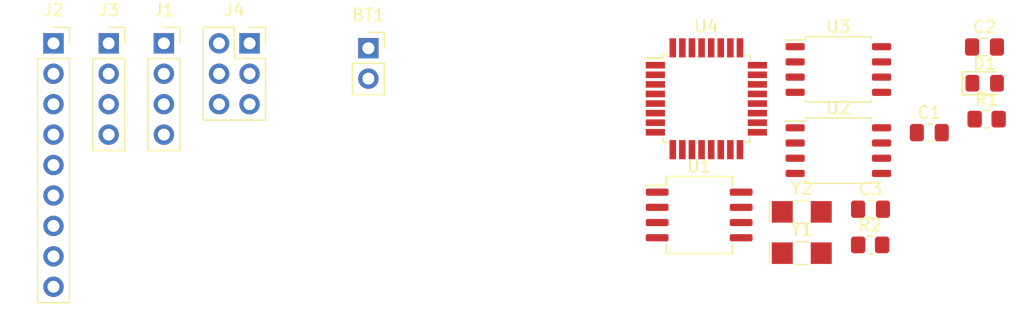
<source format=kicad_pcb>
(kicad_pcb (version 20211014) (generator pcbnew)
  (title_block (title "Arduino battery powered clone ") (date "2022-10-03") (rev "3") (company "Nanohertz"))
  (layers (0 "F.Cu" signal) (31 "B.Cu" signal) (34 "B.Paste" user) (35 "F.Paste" user) (36 "B.SilkS" user "B.Silkscreen") (37 "F.SilkS" user "F.Silkscreen") (38 "B.Mask" user) (39 "F.Mask" user) (44 "Edge.Cuts" user))
  (net 0 "")
  (net 1 "Net-(D1-Pad1)")
  (net 2 "GNDPWR")
  (net 3 "/VCC")
  (net 4 "/reset")
  (net 5 "/ADDS1")
  (net 6 "/ADDS2")
  (net 7 "/SDA")
  (net 8 "/sck")
  (net 9 "Net-(U1-Pad1)")
  (net 10 "Net-(U1-Pad2)")
  (net 12 "/D3")
  (net 13 "/D4")
  (net 14 "Net-(C2-Pad2)")
  (net 15 "Net-(C1-Pad2)")
  (net 16 "/D5")
  (net 17 "/D6")
  (net 18 "/D7")
  (net 19 "/D8")
  (net 22 "/MOSI")
  (net 23 "/miso")
  (net 25 "/vcc")
  (net 30 "/RX")
  (net 31 "/TX")
  (net 32 "/D2")
  (net 33 "/connectors/VCC")
  (footprint "LED_SMD:LED_0805_2012Metric_Pad1.15x1.40mm_HandSolder" (layer "F.Cu") (at 197.3102 98.681)
    (fp_text reference "D1" (at 0 -1.65) (layer "F.SilkS"))
    (fp_text value "LED")
    (fp_line (start 1 -0.96) (end -1.86 -0.96) (layer "F.SilkS") (width 0.12))
    (fp_line (start -1.86 0.96) (end 1 0.96) (layer "F.SilkS") (width 0.12))
    (fp_line (start -1.86 -0.96) (end -1.86 0.96) (layer "F.SilkS") (width 0.12))
    (pad "1" smd roundrect (at -1.025 0) (size 1.15 1.4) (layers "F.Cu" "F.Paste" "F.Mask") (roundrect_rratio 0.217391) (net 1 "Net-(D1-Pad1)"))
    (pad "2" smd roundrect (at 1.025 0) (size 1.15 1.4) (layers "F.Cu" "F.Paste" "F.Mask") (roundrect_rratio 0.217391) (net 8 "/sck"))
  )
  (footprint "Package_SO:SOP-8_5.28x5.23mm_P1.27mm" (layer "F.Cu") (at 185.1152 97.536)
    (fp_text reference "U3" (at 0 -3.56) (layer "F.SilkS"))
    (fp_text value "24LC1025")
    (fp_line (start 0 -2.725) (end 2.75 -2.725) (layer "F.SilkS") (width 0.12))
    (fp_line (start 0 -2.725) (end -2.75 -2.725) (layer "F.SilkS") (width 0.12))
    (fp_line (start 2.75 2.725) (end 2.75 2.465) (layer "F.SilkS") (width 0.12))
    (fp_line (start -2.75 2.725) (end -2.75 2.465) (layer "F.SilkS") (width 0.12))
    (fp_line (start -2.75 -2.725) (end -2.75 -2.465) (layer "F.SilkS") (width 0.12))
    (fp_line (start 2.75 -2.725) (end 2.75 -2.465) (layer "F.SilkS") (width 0.12))
    (fp_line (start 0 2.725) (end -2.75 2.725) (layer "F.SilkS") (width 0.12))
    (fp_line (start 0 2.725) (end 2.75 2.725) (layer "F.SilkS") (width 0.12))
    (fp_line (start -2.75 -2.465) (end -4.4 -2.465) (layer "F.SilkS") (width 0.12))
    (pad "1" smd roundrect (at -3.6 -1.905) (size 1.6 0.6) (layers "F.Cu" "F.Paste" "F.Mask") (net 5 "/ADDS1"))
    (pad "2" smd roundrect (at -3.6 -0.635) (size 1.6 0.6) (layers "F.Cu" "F.Paste" "F.Mask") (net 6 "/ADDS2"))
    (pad "3" smd roundrect (at -3.6 0.635) (size 1.6 0.6) (layers "F.Cu" "F.Paste" "F.Mask") (net 3 "/VCC"))
    (pad "4" smd roundrect (at -3.6 1.905) (size 1.6 0.6) (layers "F.Cu" "F.Paste" "F.Mask") (net 2 "GNDPWR"))
    (pad "5" smd roundrect (at 3.6 1.905) (size 1.6 0.6) (layers "F.Cu" "F.Paste" "F.Mask") (net 7 "/SDA"))
    (pad "6" smd roundrect (at 3.6 0.635) (size 1.6 0.6) (layers "F.Cu" "F.Paste" "F.Mask") (net 8 "/sck"))
    (pad "7" smd roundrect (at 3.6 -0.635) (size 1.6 0.6) (layers "F.Cu" "F.Paste" "F.Mask") (net 2 "GNDPWR"))
    (pad "8" smd roundrect (at 3.6 -1.905) (size 1.6 0.6) (layers "F.Cu" "F.Paste" "F.Mask") (net 3 "/VCC"))
  )
  (footprint "Resistor_SMD:R_0805_2012Metric_Pad1.20x1.40mm_HandSolder" (layer "F.Cu") (at 197.4752 101.676)
    (fp_text reference "R1" (at 0 -1.65) (layer "F.SilkS"))
    (fp_text value "330ohm")
    (fp_line (start -0.227064 0.735) (end 0.227064 0.735) (layer "F.SilkS") (width 0.12))
    (fp_line (start -0.227064 -0.735) (end 0.227064 -0.735) (layer "F.SilkS") (width 0.12))
    (pad "1" smd roundrect (at -1 0) (size 1.2 1.4) (layers "F.Cu" "F.Paste" "F.Mask") (roundrect_rratio 0.208333) (net 1 "Net-(D1-Pad1)"))
    (pad "2" smd roundrect (at 1 0) (size 1.2 1.4) (layers "F.Cu" "F.Paste" "F.Mask") (roundrect_rratio 0.208333) (net 2 "GNDPWR"))
  )
  (footprint "Connector_PinSocket_2.54mm:PinSocket_1x09_P2.54mm_Vertical" (layer "F.Cu") (at 119.7024 95.3516)
    (fp_text reference "J2" (at 0 -2.77) (layer "F.SilkS"))
    (fp_text value "DIGITAL PIN")
    (fp_line (start 1.33 1.27) (end 1.33 21.65) (layer "F.SilkS") (width 0.12))
    (fp_line (start -1.33 1.27) (end 1.33 1.27) (layer "F.SilkS") (width 0.12))
    (fp_line (start 1.33 -1.33) (end 1.33 0) (layer "F.SilkS") (width 0.12))
    (fp_line (start -1.33 21.65) (end 1.33 21.65) (layer "F.SilkS") (width 0.12))
    (fp_line (start -1.33 1.27) (end -1.33 21.65) (layer "F.SilkS") (width 0.12))
    (fp_line (start 0 -1.33) (end 1.33 -1.33) (layer "F.SilkS") (width 0.12))
    (pad "1" thru_hole rect (at 0 0) (size 1.7 1.7) (drill 1) (layers *.Cu *.Mask) (net 32 "/D2"))
    (pad "2" thru_hole oval (at 0 2.54) (size 1.7 1.7) (drill 1) (layers *.Cu *.Mask) (net 12 "/D3"))
    (pad "3" thru_hole oval (at 0 5.08) (size 1.7 1.7) (drill 1) (layers *.Cu *.Mask) (net 13 "/D4"))
    (pad "4" thru_hole oval (at 0 7.62) (size 1.7 1.7) (drill 1) (layers *.Cu *.Mask) (net 16 "/D5"))
    (pad "5" thru_hole oval (at 0 10.16) (size 1.7 1.7) (drill 1) (layers *.Cu *.Mask) (net 17 "/D6"))
    (pad "6" thru_hole oval (at 0 12.7) (size 1.7 1.7) (drill 1) (layers *.Cu *.Mask) (net 18 "/D7"))
    (pad "7" thru_hole oval (at 0 15.24) (size 1.7 1.7) (drill 1) (layers *.Cu *.Mask) (net 19 "/D8"))
    (pad "8" thru_hole oval (at 0 17.78) (size 1.7 1.7) (drill 1) (layers *.Cu *.Mask) (net 2 "GNDPWR"))
    (pad "9" thru_hole oval (at 0 20.32) (size 1.7 1.7) (drill 1) (layers *.Cu *.Mask) (net 33 "/connectors/VCC"))
  )
  (footprint "Connector_PinSocket_2.54mm:PinSocket_2x03_P2.54mm_Vertical" (layer "F.Cu") (at 136.0424 95.3516)
    (fp_text reference "J4" (at -1.27 -2.77) (layer "F.SilkS"))
    (fp_text value "icsp")
    (fp_line (start -3.87 -1.33) (end -3.87 6.41) (layer "F.SilkS") (width 0.12))
    (fp_line (start -3.87 -1.33) (end -1.27 -1.33) (layer "F.SilkS") (width 0.12))
    (fp_line (start 0 -1.33) (end 1.33 -1.33) (layer "F.SilkS") (width 0.12))
    (fp_line (start 1.33 -1.33) (end 1.33 0) (layer "F.SilkS") (width 0.12))
    (fp_line (start 1.33 1.27) (end 1.33 6.41) (layer "F.SilkS") (width 0.12))
    (fp_line (start -1.27 -1.33) (end -1.27 1.27) (layer "F.SilkS") (width 0.12))
    (fp_line (start -3.87 6.41) (end 1.33 6.41) (layer "F.SilkS") (width 0.12))
    (fp_line (start -1.27 1.27) (end 1.33 1.27) (layer "F.SilkS") (width 0.12))
    (pad "1" thru_hole rect (at 0 0) (size 1.7 1.7) (drill 1) (layers *.Cu *.Mask) (net 23 "/miso"))
    (pad "2" thru_hole oval (at -2.54 0) (size 1.7 1.7) (drill 1) (layers *.Cu *.Mask) (net 3 "/VCC"))
    (pad "3" thru_hole oval (at 0 2.54) (size 1.7 1.7) (drill 1) (layers *.Cu *.Mask) (net 8 "/sck"))
    (pad "4" thru_hole oval (at -2.54 2.54) (size 1.7 1.7) (drill 1) (layers *.Cu *.Mask) (net 22 "/MOSI"))
    (pad "5" thru_hole oval (at 0 5.08) (size 1.7 1.7) (drill 1) (layers *.Cu *.Mask) (net 4 "/reset"))
    (pad "6" thru_hole oval (at -2.54 5.08) (size 1.7 1.7) (drill 1) (layers *.Cu *.Mask) (net 2 "GNDPWR"))
  )
  (footprint "Capacitor_SMD:C_0805_2012Metric_Pad1.18x1.45mm_HandSolder" (layer "F.Cu") (at 187.7952 109.196)
    (fp_text reference "C3" (at 0 -1.68) (layer "F.SilkS"))
    (fp_text value "C_Polarized 10uf")
    (fp_line (start -0.261252 -0.735) (end 0.261252 -0.735) (layer "F.SilkS") (width 0.12))
    (fp_line (start -0.261252 0.735) (end 0.261252 0.735) (layer "F.SilkS") (width 0.12))
    (pad "1" smd roundrect (at -1.0375 0) (size 1.175 1.45) (layers "F.Cu" "F.Paste" "F.Mask") (roundrect_rratio 0.212766) (net 3 "/VCC"))
    (pad "2" smd roundrect (at 1.0375 0) (size 1.175 1.45) (layers "F.Cu" "F.Paste" "F.Mask") (roundrect_rratio 0.212766) (net 2 "GNDPWR"))
  )
  (footprint "Package_QFP:TQFP-32_7x7mm_P0.8mm" (layer "F.Cu") (at 174.1152 99.976)
    (fp_text reference "U4" (at 0 -6.05) (layer "F.SilkS"))
    (fp_text value "ATmega328P-A")
    (fp_line (start -3.625 3.625) (end -3.625 3.3) (layer "F.SilkS") (width 0.15))
    (fp_line (start 3.625 3.625) (end 3.3 3.625) (layer "F.SilkS") (width 0.15))
    (fp_line (start 3.625 3.625) (end 3.625 3.3) (layer "F.SilkS") (width 0.15))
    (fp_line (start -3.625 3.625) (end -3.3 3.625) (layer "F.SilkS") (width 0.15))
    (fp_line (start 3.625 -3.625) (end 3.625 -3.3) (layer "F.SilkS") (width 0.15))
    (fp_line (start -3.625 -3.4) (end -5.05 -3.4) (layer "F.SilkS") (width 0.15))
    (fp_line (start -3.625 -3.625) (end -3.3 -3.625) (layer "F.SilkS") (width 0.15))
    (fp_line (start -3.625 -3.625) (end -3.625 -3.4) (layer "F.SilkS") (width 0.15))
    (fp_line (start 3.625 -3.625) (end 3.3 -3.625) (layer "F.SilkS") (width 0.15))
    (pad "1" smd rect (at -4.25 -2.8) (size 1.6 0.55) (layers "F.Cu" "F.Paste" "F.Mask") (net 12 "/D3"))
    (pad "2" smd rect (at -4.25 -2) (size 1.6 0.55) (layers "F.Cu" "F.Paste" "F.Mask") (net 13 "/D4"))
    (pad "3" smd rect (at -4.25 -1.2) (size 1.6 0.55) (layers "F.Cu" "F.Paste" "F.Mask") (net 2 "GNDPWR"))
    (pad "4" smd rect (at -4.25 -0.4) (size 1.6 0.55) (layers "F.Cu" "F.Paste" "F.Mask") (net 3 "/VCC"))
    (pad "5" smd rect (at -4.25 0.4) (size 1.6 0.55) (layers "F.Cu" "F.Paste" "F.Mask") (net 2 "GNDPWR"))
    (pad "6" smd rect (at -4.25 1.2) (size 1.6 0.55) (layers "F.Cu" "F.Paste" "F.Mask") (net 3 "/VCC"))
    (pad "7" smd rect (at -4.25 2) (size 1.6 0.55) (layers "F.Cu" "F.Paste" "F.Mask") (net 14 "Net-(C2-Pad2)"))
    (pad "8" smd rect (at -4.25 2.8) (size 1.6 0.55) (layers "F.Cu" "F.Paste" "F.Mask") (net 15 "Net-(C1-Pad2)"))
    (pad "9" smd rect (at -2.8 4.25 90) (size 1.6 0.55) (layers "F.Cu" "F.Paste" "F.Mask") (net 16 "/D5"))
    (pad "10" smd rect (at -2 4.25 90) (size 1.6 0.55) (layers "F.Cu" "F.Paste" "F.Mask") (net 17 "/D6"))
    (pad "11" smd rect (at -1.2 4.25 90) (size 1.6 0.55) (layers "F.Cu" "F.Paste" "F.Mask") (net 18 "/D7"))
    (pad "12" smd rect (at -0.4 4.25 90) (size 1.6 0.55) (layers "F.Cu" "F.Paste" "F.Mask") (net 19 "/D8"))
    (pad "13" smd rect (at 0.4 4.25 90) (size 1.6 0.55) (layers "F.Cu" "F.Paste" "F.Mask"))
    (pad "14" smd rect (at 1.2 4.25 90) (size 1.6 0.55) (layers "F.Cu" "F.Paste" "F.Mask"))
    (pad "15" smd rect (at 2 4.25 90) (size 1.6 0.55) (layers "F.Cu" "F.Paste" "F.Mask") (net 22 "/MOSI"))
    (pad "16" smd rect (at 2.8 4.25 90) (size 1.6 0.55) (layers "F.Cu" "F.Paste" "F.Mask") (net 23 "/miso"))
    (pad "17" smd rect (at 4.25 2.8) (size 1.6 0.55) (layers "F.Cu" "F.Paste" "F.Mask") (net 8 "/sck"))
    (pad "18" smd rect (at 4.25 2) (size 1.6 0.55) (layers "F.Cu" "F.Paste" "F.Mask") (net 3 "/VCC"))
    (pad "19" smd rect (at 4.25 1.2) (size 1.6 0.55) (layers "F.Cu" "F.Paste" "F.Mask"))
    (pad "20" smd rect (at 4.25 0.4) (size 1.6 0.55) (layers "F.Cu" "F.Paste" "F.Mask") (net 25 "/vcc"))
    (pad "21" smd rect (at 4.25 -0.4) (size 1.6 0.55) (layers "F.Cu" "F.Paste" "F.Mask") (net 2 "GNDPWR"))
    (pad "22" smd rect (at 4.25 -1.2) (size 1.6 0.55) (layers "F.Cu" "F.Paste" "F.Mask"))
    (pad "23" smd rect (at 4.25 -2) (size 1.6 0.55) (layers "F.Cu" "F.Paste" "F.Mask") (net 5 "/ADDS1"))
    (pad "24" smd rect (at 4.25 -2.8) (size 1.6 0.55) (layers "F.Cu" "F.Paste" "F.Mask") (net 6 "/ADDS2"))
    (pad "25" smd rect (at 2.8 -4.25 90) (size 1.6 0.55) (layers "F.Cu" "F.Paste" "F.Mask"))
    (pad "26" smd rect (at 2 -4.25 90) (size 1.6 0.55) (layers "F.Cu" "F.Paste" "F.Mask"))
    (pad "27" smd rect (at 1.2 -4.25 90) (size 1.6 0.55) (layers "F.Cu" "F.Paste" "F.Mask") (net 7 "/SDA"))
    (pad "28" smd rect (at 0.4 -4.25 90) (size 1.6 0.55) (layers "F.Cu" "F.Paste" "F.Mask"))
    (pad "29" smd rect (at -0.4 -4.25 90) (size 1.6 0.55) (layers "F.Cu" "F.Paste" "F.Mask") (net 4 "/reset"))
    (pad "30" smd rect (at -1.2 -4.25 90) (size 1.6 0.55) (layers "F.Cu" "F.Paste" "F.Mask") (net 30 "/RX"))
    (pad "31" smd rect (at -2 -4.25 90) (size 1.6 0.55) (layers "F.Cu" "F.Paste" "F.Mask") (net 31 "/TX"))
    (pad "32" smd rect (at -2.8 -4.25 90) (size 1.6 0.55) (layers "F.Cu" "F.Paste" "F.Mask") (net 32 "/D2"))
  )
  (footprint "Capacitor_SMD:C_0805_2012Metric_Pad1.18x1.45mm_HandSolder" (layer "F.Cu") (at 192.6952 102.806)
    (fp_text reference "C1" (at 0 -1.68) (layer "F.SilkS"))
    (fp_text value " 22pf")
    (fp_line (start -0.261252 -0.735) (end 0.261252 -0.735) (layer "F.SilkS") (width 0.12))
    (fp_line (start -0.261252 0.735) (end 0.261252 0.735) (layer "F.SilkS") (width 0.12))
    (pad "1" smd roundrect (at -1.0375 0) (size 1.175 1.45) (layers "F.Cu" "F.Paste" "F.Mask") (roundrect_rratio 0.212766) (net 2 "GNDPWR"))
    (pad "2" smd roundrect (at 1.0375 0) (size 1.175 1.45) (layers "F.Cu" "F.Paste" "F.Mask") (roundrect_rratio 0.212766) (net 15 "Net-(C1-Pad2)"))
  )
  (footprint "Crystal:Crystal_SMD_MicroCrystal_CC7V-T1A-2Pin_3.2x1.5mm_HandSoldering" (layer "F.Cu") (at 182.0652 112.866)
    (fp_text reference "Y1" (at 0 -1.95) (layer "F.SilkS"))
    (fp_text value "Crystal")
    (fp_line (start -2.7 -0.9) (end -2.7 0.9) (layer "F.SilkS") (width 0.12))
    (fp_line (start -0.55 -0.95) (end 0.55 -0.95) (layer "F.SilkS") (width 0.12))
    (fp_line (start -0.55 0.95) (end 0.55 0.95) (layer "F.SilkS") (width 0.12))
    (pad "1" smd rect (at -1.625 0) (size 1.75 1.8) (layers "F.Cu" "F.Paste" "F.Mask") (net 9 "Net-(U1-Pad1)"))
    (pad "2" smd rect (at 1.625 0) (size 1.75 1.8) (layers "F.Cu" "F.Paste" "F.Mask") (net 10 "Net-(U1-Pad2)"))
  )
  (footprint "Connector_PinSocket_2.54mm:PinSocket_1x04_P2.54mm_Vertical" (layer "F.Cu") (at 128.9024 95.3516)
    (fp_text reference "J1" (at 0 -2.77) (layer "F.SilkS"))
    (fp_text value "Conn_01x04")
    (fp_line (start -1.33 1.27) (end 1.33 1.27) (layer "F.SilkS") (width 0.12))
    (fp_line (start 1.33 -1.33) (end 1.33 0) (layer "F.SilkS") (width 0.12))
    (fp_line (start 1.33 1.27) (end 1.33 8.95) (layer "F.SilkS") (width 0.12))
    (fp_line (start 0 -1.33) (end 1.33 -1.33) (layer "F.SilkS") (width 0.12))
    (fp_line (start -1.33 1.27) (end -1.33 8.95) (layer "F.SilkS") (width 0.12))
    (fp_line (start -1.33 8.95) (end 1.33 8.95) (layer "F.SilkS") (width 0.12))
    (pad "1" thru_hole rect (at 0 0) (size 1.7 1.7) (drill 1) (layers *.Cu *.Mask) (net 2 "GNDPWR"))
    (pad "2" thru_hole oval (at 0 2.54) (size 1.7 1.7) (drill 1) (layers *.Cu *.Mask) (net 33 "/connectors/VCC"))
    (pad "3" thru_hole oval (at 0 5.08) (size 1.7 1.7) (drill 1) (layers *.Cu *.Mask) (net 30 "/RX"))
    (pad "4" thru_hole oval (at 0 7.62) (size 1.7 1.7) (drill 1) (layers *.Cu *.Mask) (net 31 "/TX"))
  )
  (footprint "Connector_PinSocket_2.54mm:PinSocket_1x02_P2.54mm_Vertical" (layer "F.Cu") (at 145.9484 95.758)
    (fp_text reference "BT1" (at 0 -2.77) (layer "F.SilkS"))
    (fp_text value "Battery 3v")
    (fp_line (start 1.33 1.27) (end 1.33 3.87) (layer "F.SilkS") (width 0.12))
    (fp_line (start 1.33 -1.33) (end 1.33 0) (layer "F.SilkS") (width 0.12))
    (fp_line (start 0 -1.33) (end 1.33 -1.33) (layer "F.SilkS") (width 0.12))
    (fp_line (start -1.33 1.27) (end 1.33 1.27) (layer "F.SilkS") (width 0.12))
    (fp_line (start -1.33 3.87) (end 1.33 3.87) (layer "F.SilkS") (width 0.12))
    (fp_line (start -1.33 1.27) (end -1.33 3.87) (layer "F.SilkS") (width 0.12))
    (pad "1" thru_hole rect (at 0 0) (size 1.7 1.7) (drill 1) (layers *.Cu *.Mask) (net 3 "/VCC"))
    (pad "2" thru_hole oval (at 0 2.54) (size 1.7 1.7) (drill 1) (layers *.Cu *.Mask) (net 2 "GNDPWR"))
  )
  (footprint "Resistor_SMD:R_0805_2012Metric_Pad1.20x1.40mm_HandSolder" (layer "F.Cu") (at 187.7652 112.176)
    (fp_text reference "R2" (at 0 -1.65) (layer "F.SilkS"))
    (fp_text value "R")
    (fp_line (start -0.227064 -0.735) (end 0.227064 -0.735) (layer "F.SilkS") (width 0.12))
    (fp_line (start -0.227064 0.735) (end 0.227064 0.735) (layer "F.SilkS") (width 0.12))
    (pad "1" smd roundrect (at -1 0) (size 1.2 1.4) (layers "F.Cu" "F.Paste" "F.Mask") (roundrect_rratio 0.208333) (net 3 "/VCC"))
    (pad "2" smd roundrect (at 1 0) (size 1.2 1.4) (layers "F.Cu" "F.Paste" "F.Mask") (roundrect_rratio 0.208333) (net 4 "/reset"))
  )
  (footprint "Connector_PinSocket_2.54mm:PinSocket_1x04_P2.54mm_Vertical" (layer "F.Cu") (at 124.3024 95.3516)
    (fp_text reference "J3" (at 0 -2.77) (layer "F.SilkS"))
    (fp_text value "Conn_01x04")
    (fp_line (start -1.33 8.95) (end 1.33 8.95) (layer "F.SilkS") (width 0.12))
    (fp_line (start 0 -1.33) (end 1.33 -1.33) (layer "F.SilkS") (width 0.12))
    (fp_line (start 1.33 1.27) (end 1.33 8.95) (layer "F.SilkS") (width 0.12))
    (fp_line (start -1.33 1.27) (end -1.33 8.95) (layer "F.SilkS") (width 0.12))
    (fp_line (start 1.33 -1.33) (end 1.33 0) (layer "F.SilkS") (width 0.12))
    (fp_line (start -1.33 1.27) (end 1.33 1.27) (layer "F.SilkS") (width 0.12))
    (pad "1" thru_hole rect (at 0 0) (size 1.7 1.7) (drill 1) (layers *.Cu *.Mask) (net 2 "GNDPWR"))
    (pad "2" thru_hole oval (at 0 2.54) (size 1.7 1.7) (drill 1) (layers *.Cu *.Mask) (net 33 "/connectors/VCC"))
    (pad "3" thru_hole oval (at 0 5.08) (size 1.7 1.7) (drill 1) (layers *.Cu *.Mask) (net 7 "/SDA"))
    (pad "4" thru_hole oval (at 0 7.62) (size 1.7 1.7) (drill 1) (layers *.Cu *.Mask) (net 8 "/sck"))
  )
  (footprint "Package_SO:SOP-8_5.28x5.23mm_P1.27mm" (layer "F.Cu") (at 185.1152 104.306)
    (fp_text reference "U2" (at 0 -3.56) (layer "F.SilkS"))
    (fp_text value "24LC1025")
    (fp_line (start -2.75 -2.725) (end -2.75 -2.465) (layer "F.SilkS") (width 0.12))
    (fp_line (start -2.75 -2.465) (end -4.4 -2.465) (layer "F.SilkS") (width 0.12))
    (fp_line (start 0 2.725) (end -2.75 2.725) (layer "F.SilkS") (width 0.12))
    (fp_line (start 2.75 2.725) (end 2.75 2.465) (layer "F.SilkS") (width 0.12))
    (fp_line (start 0 -2.725) (end -2.75 -2.725) (layer "F.SilkS") (width 0.12))
    (fp_line (start 0 2.725) (end 2.75 2.725) (layer "F.SilkS") (width 0.12))
    (fp_line (start 0 -2.725) (end 2.75 -2.725) (layer "F.SilkS") (width 0.12))
    (fp_line (start 2.75 -2.725) (end 2.75 -2.465) (layer "F.SilkS") (width 0.12))
    (fp_line (start -2.75 2.725) (end -2.75 2.465) (layer "F.SilkS") (width 0.12))
    (pad "1" smd roundrect (at -3.6 -1.905) (size 1.6 0.6) (layers "F.Cu" "F.Paste" "F.Mask") (net 5 "/ADDS1"))
    (pad "2" smd roundrect (at -3.6 -0.635) (size 1.6 0.6) (layers "F.Cu" "F.Paste" "F.Mask") (net 6 "/ADDS2"))
    (pad "3" smd roundrect (at -3.6 0.635) (size 1.6 0.6) (layers "F.Cu" "F.Paste" "F.Mask") (net 3 "/VCC"))
    (pad "4" smd roundrect (at -3.6 1.905) (size 1.6 0.6) (layers "F.Cu" "F.Paste" "F.Mask") (net 2 "GNDPWR"))
    (pad "5" smd roundrect (at 3.6 1.905) (size 1.6 0.6) (layers "F.Cu" "F.Paste" "F.Mask") (net 7 "/SDA"))
    (pad "6" smd roundrect (at 3.6 0.635) (size 1.6 0.6) (layers "F.Cu" "F.Paste" "F.Mask") (net 8 "/sck"))
    (pad "7" smd roundrect (at 3.6 -0.635) (size 1.6 0.6) (layers "F.Cu" "F.Paste" "F.Mask") (net 2 "GNDPWR"))
    (pad "8" smd roundrect (at 3.6 -1.905) (size 1.6 0.6) (layers "F.Cu" "F.Paste" "F.Mask") (net 3 "/VCC"))
  )
  (footprint "Capacitor_SMD:C_0805_2012Metric_Pad1.18x1.45mm_HandSolder" (layer "F.Cu") (at 197.2952 95.656)
    (fp_text reference "C2" (at 0 -1.68) (layer "F.SilkS"))
    (fp_text value "22pf")
    (fp_line (start -0.261252 0.735) (end 0.261252 0.735) (layer "F.SilkS") (width 0.12))
    (fp_line (start -0.261252 -0.735) (end 0.261252 -0.735) (layer "F.SilkS") (width 0.12))
    (pad "1" smd roundrect (at -1.0375 0) (size 1.175 1.45) (layers "F.Cu" "F.Paste" "F.Mask") (roundrect_rratio 0.212766) (net 2 "GNDPWR"))
    (pad "2" smd roundrect (at 1.0375 0) (size 1.175 1.45) (layers "F.Cu" "F.Paste" "F.Mask") (roundrect_rratio 0.212766) (net 14 "Net-(C2-Pad2)"))
  )
  (footprint "Crystal:Crystal_SMD_MicroCrystal_CC7V-T1A-2Pin_3.2x1.5mm_HandSoldering" (layer "F.Cu") (at 182.0652 109.416)
    (fp_text reference "Y2" (at 0 -1.95) (layer "F.SilkS"))
    (fp_text value "Crystal")
    (fp_line (start -2.7 -0.9) (end -2.7 0.9) (layer "F.SilkS") (width 0.12))
    (fp_line (start -0.55 -0.95) (end 0.55 -0.95) (layer "F.SilkS") (width 0.12))
    (fp_line (start -0.55 0.95) (end 0.55 0.95) (layer "F.SilkS") (width 0.12))
    (pad "1" smd rect (at -1.625 0) (size 1.75 1.8) (layers "F.Cu" "F.Paste" "F.Mask") (net 15 "Net-(C1-Pad2)"))
    (pad "2" smd rect (at 1.625 0) (size 1.75 1.8) (layers "F.Cu" "F.Paste" "F.Mask") (net 14 "Net-(C2-Pad2)"))
  )
  (footprint "Package_SO:SO-8_5.3x6.2mm_P1.27mm" (layer "F.Cu") (at 173.5152 109.676)
    (fp_text reference "U1" (at 0 -4.05) (layer "F.SilkS"))
    (fp_text value "DS1337_ben")
    (fp_line (start -2.76 -2.465) (end -4.45 -2.465) (layer "F.SilkS") (width 0.12))
    (fp_line (start 0 3.21) (end 2.76 3.21) (layer "F.SilkS") (width 0.12))
    (fp_line (start 0 -3.21) (end 2.76 -3.21) (layer "F.SilkS") (width 0.12))
    (fp_line (start -2.76 3.21) (end -2.76 2.465) (layer "F.SilkS") (width 0.12))
    (fp_line (start 2.76 3.21) (end 2.76 2.465) (layer "F.SilkS") (width 0.12))
    (fp_line (start -2.76 -3.21) (end -2.76 -2.465) (layer "F.SilkS") (width 0.12))
    (fp_line (start 2.76 -3.21) (end 2.76 -2.465) (layer "F.SilkS") (width 0.12))
    (fp_line (start 0 3.21) (end -2.76 3.21) (layer "F.SilkS") (width 0.12))
    (fp_line (start 0 -3.21) (end -2.76 -3.21) (layer "F.SilkS") (width 0.12))
    (pad "1" smd roundrect (at -3.5 -1.905) (size 1.9 0.6) (layers "F.Cu" "F.Paste" "F.Mask") (net 9 "Net-(U1-Pad1)"))
    (pad "2" smd roundrect (at -3.5 -0.635) (size 1.9 0.6) (layers "F.Cu" "F.Paste" "F.Mask") (net 10 "Net-(U1-Pad2)"))
    (pad "3" smd roundrect (at -3.5 0.635) (size 1.9 0.6) (layers "F.Cu" "F.Paste" "F.Mask") (net 3 "/VCC"))
    (pad "4" smd roundrect (at -3.5 1.905) (size 1.9 0.6) (layers "F.Cu" "F.Paste" "F.Mask") (net 2 "GNDPWR"))
    (pad "5" smd roundrect (at 3.5 1.905) (size 1.9 0.6) (layers "F.Cu" "F.Paste" "F.Mask") (net 7 "/SDA"))
    (pad "6" smd roundrect (at 3.5 0.635) (size 1.9 0.6) (layers "F.Cu" "F.Paste" "F.Mask") (net 8 "/sck"))
    (pad "7" smd roundrect (at 3.5 -0.635) (size 1.9 0.6) (layers "F.Cu" "F.Paste" "F.Mask"))
    (pad "8" smd roundrect (at 3.5 -1.905) (size 1.9 0.6) (layers "F.Cu" "F.Paste" "F.Mask") (net 3 "/VCC"))
  )
)
</source>
